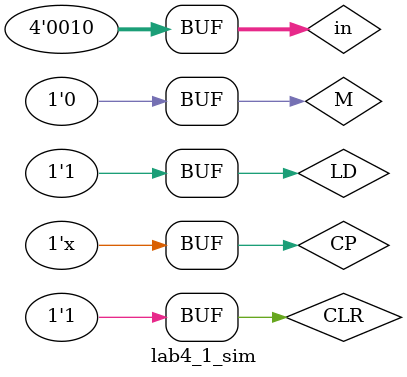
<source format=v>
`timescale 1ns / 1ps



module lab4_1_sim
(
);
    reg  [3:0] in;
    wire  [3:0] Q;
    reg CP, M, CLR, LD;
    wire Qcc; // out pluse
    initial begin // set init val
        CP = 0; 
        in<=4'b0010;
        M<=1;
        CLR<=1;
        LD<=1;
    end
    initial begin   // set triger
            #25 LD = 0; // output directly
            #45 LD = 1;
            #65 CLR = 0;//set 0
            #85 CLR = 1;
            #360 M = 0;
    end
        always #10 CP = ~CP; 
    lab4_1_divider lab4_1_test_divider
        (
        .in(in),
        .clk(CP),
        .CLR(CLR),
        .LD(LD),
        .M(M),
        .Q(Q),
        .Qcc(Qcc)
        );
endmodule

</source>
